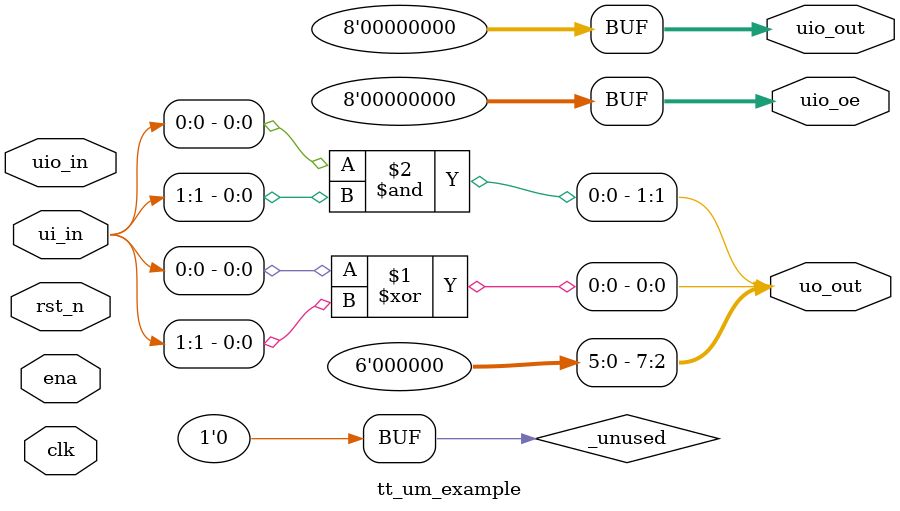
<source format=v>
/*
 * Copyright (c) 2024 Your Name
 * SPDX-License-Identifier: Apache-2.0
 */

`default_nettype none

module tt_um_example (
    input  wire [7:0] ui_in,    // Dedicated inputs
    output wire [7:0] uo_out,   // Dedicated outputs
    input  wire [7:0] uio_in,   // IOs: Input path
    output wire [7:0] uio_out,  // IOs: Output path
    output wire [7:0] uio_oe,   // IOs: Enable path (active high: 0=input, 1=output)
    input  wire       ena,      // always 1 when the design is powered, so you can ignore it
    input  wire       clk,      // clock
    input  wire       rst_n     // reset_n - low to reset
);

  // All output pins must be assigned. If not used, assign to 0.
  //assign uo_out  = ui_in + uio_in;  // Example: ou_out is the sum of ui_in and uio_in
    assign uo_out[0]=ui_in[0]^ui_in[1];
        assign uo_out[1]=ui_in[0] & ui_in[1];
  assign uio_out = 0;
  assign uio_oe  = 0;
      assign uo_out[7:2]=6'b0;

  // List all unused inputs to prevent warnings
  wire _unused = &{ena, clk, rst_n, 1'b0};

endmodule

</source>
